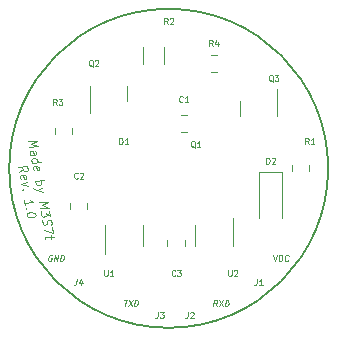
<source format=gto>
G04 #@! TF.GenerationSoftware,KiCad,Pcbnew,6.0.8-f2edbf62ab~116~ubuntu20.04.1*
G04 #@! TF.CreationDate,2022-10-20T17:58:05+02:00*
G04 #@! TF.ProjectId,IR-Lese-Schreibkopf,49522d4c-6573-4652-9d53-636872656962,rev?*
G04 #@! TF.SameCoordinates,Original*
G04 #@! TF.FileFunction,Legend,Top*
G04 #@! TF.FilePolarity,Positive*
%FSLAX46Y46*%
G04 Gerber Fmt 4.6, Leading zero omitted, Abs format (unit mm)*
G04 Created by KiCad (PCBNEW 6.0.8-f2edbf62ab~116~ubuntu20.04.1) date 2022-10-20 17:58:05*
%MOMM*%
%LPD*%
G01*
G04 APERTURE LIST*
G04 #@! TA.AperFunction,Profile*
%ADD10C,0.200000*%
G04 #@! TD*
%ADD11C,0.100000*%
%ADD12C,0.080000*%
%ADD13C,0.120000*%
G04 APERTURE END LIST*
D10*
X150660000Y-99060000D02*
G75*
G03*
X150660000Y-99060000I-13500000J0D01*
G01*
D11*
X141224330Y-110716190D02*
X141087425Y-110478095D01*
X140938616Y-110716190D02*
X141001116Y-110216190D01*
X141191592Y-110216190D01*
X141236235Y-110240000D01*
X141257068Y-110263809D01*
X141274925Y-110311428D01*
X141265997Y-110382857D01*
X141236235Y-110430476D01*
X141209449Y-110454285D01*
X141158854Y-110478095D01*
X140968377Y-110478095D01*
X141453497Y-110216190D02*
X141724330Y-110716190D01*
X141786830Y-110216190D02*
X141390997Y-110716190D01*
X141914806Y-110716190D02*
X141977306Y-110216190D01*
X142096354Y-110216190D01*
X142164806Y-110240000D01*
X142206473Y-110287619D01*
X142224330Y-110335238D01*
X142236235Y-110430476D01*
X142227306Y-110501904D01*
X142191592Y-110597142D01*
X142161830Y-110644761D01*
X142108258Y-110692380D01*
X142033854Y-110716190D01*
X141914806Y-110716190D01*
X127266235Y-106430000D02*
X127221592Y-106406190D01*
X127150163Y-106406190D01*
X127075758Y-106430000D01*
X127022187Y-106477619D01*
X126992425Y-106525238D01*
X126956711Y-106620476D01*
X126947782Y-106691904D01*
X126959687Y-106787142D01*
X126977544Y-106834761D01*
X127019211Y-106882380D01*
X127087663Y-106906190D01*
X127135282Y-106906190D01*
X127209687Y-106882380D01*
X127236473Y-106858571D01*
X127257306Y-106691904D01*
X127162068Y-106691904D01*
X127444806Y-106906190D02*
X127507306Y-106406190D01*
X127730520Y-106906190D01*
X127793020Y-106406190D01*
X127968616Y-106906190D02*
X128031116Y-106406190D01*
X128150163Y-106406190D01*
X128218616Y-106430000D01*
X128260282Y-106477619D01*
X128278139Y-106525238D01*
X128290044Y-106620476D01*
X128281116Y-106691904D01*
X128245401Y-106787142D01*
X128215639Y-106834761D01*
X128162068Y-106882380D01*
X128087663Y-106906190D01*
X127968616Y-106906190D01*
X133369211Y-110216190D02*
X133654925Y-110216190D01*
X133449568Y-110716190D02*
X133512068Y-110216190D01*
X133773973Y-110216190D02*
X134044806Y-110716190D01*
X134107306Y-110216190D02*
X133711473Y-110716190D01*
X134235282Y-110716190D02*
X134297782Y-110216190D01*
X134416830Y-110216190D01*
X134485282Y-110240000D01*
X134526949Y-110287619D01*
X134544806Y-110335238D01*
X134556711Y-110430476D01*
X134547782Y-110501904D01*
X134512068Y-110597142D01*
X134482306Y-110644761D01*
X134428735Y-110692380D01*
X134354330Y-110716190D01*
X134235282Y-110716190D01*
X125255616Y-96751646D02*
X126010501Y-96713736D01*
X125514710Y-96987017D01*
X126097325Y-97206140D01*
X125342440Y-97244050D01*
X125460273Y-97912313D02*
X125855689Y-97892455D01*
X125921381Y-97853673D01*
X125944925Y-97781524D01*
X125920118Y-97640837D01*
X125871767Y-97572299D01*
X125496220Y-97910507D02*
X125447869Y-97841969D01*
X125416861Y-97666111D01*
X125440404Y-97593962D01*
X125506096Y-97555180D01*
X125577990Y-97551569D01*
X125656086Y-97583131D01*
X125704436Y-97651669D01*
X125735445Y-97827527D01*
X125783795Y-97896065D01*
X125578106Y-98580575D02*
X126332991Y-98542665D01*
X125614052Y-98578770D02*
X125565702Y-98510232D01*
X125540895Y-98369545D01*
X125564439Y-98297396D01*
X125594184Y-98260419D01*
X125659876Y-98221637D01*
X125875558Y-98210805D01*
X125953653Y-98242367D01*
X125995802Y-98275733D01*
X126044152Y-98344271D01*
X126068959Y-98484958D01*
X126045415Y-98557107D01*
X125725683Y-99211861D02*
X125677333Y-99143322D01*
X125652526Y-99002636D01*
X125676070Y-98930487D01*
X125741762Y-98891705D01*
X126029337Y-98877263D01*
X126107433Y-98908824D01*
X126155783Y-98977362D01*
X126180590Y-99118049D01*
X126157046Y-99190197D01*
X126091354Y-99228980D01*
X126019460Y-99232590D01*
X125885549Y-98884484D01*
X125850981Y-100128130D02*
X126605867Y-100090220D01*
X126318291Y-100104662D02*
X126366642Y-100173200D01*
X126391448Y-100313887D01*
X126367905Y-100386035D01*
X126338160Y-100423012D01*
X126272468Y-100461795D01*
X126056786Y-100472626D01*
X125978691Y-100441065D01*
X125936542Y-100407699D01*
X125888192Y-100339160D01*
X125863385Y-100198474D01*
X125886928Y-100126325D01*
X126459667Y-100700776D02*
X125987419Y-100901908D01*
X126521685Y-101052493D02*
X125987419Y-100901908D01*
X125795281Y-100840591D01*
X125753132Y-100807224D01*
X125704782Y-100738686D01*
X126167269Y-101921887D02*
X126922154Y-101883977D01*
X126426363Y-102157258D01*
X127008978Y-102376381D01*
X126254093Y-102414291D01*
X127058592Y-102657754D02*
X127139215Y-103114986D01*
X126808227Y-102883227D01*
X126826832Y-102988742D01*
X126803289Y-103060890D01*
X126773544Y-103097867D01*
X126707851Y-103136649D01*
X126528117Y-103145676D01*
X126450021Y-103114115D01*
X126407873Y-103080748D01*
X126359522Y-103012210D01*
X126322312Y-102801180D01*
X126345855Y-102729031D01*
X126375601Y-102692054D01*
X126469890Y-103432465D02*
X126452548Y-103539786D01*
X126483557Y-103715644D01*
X126531907Y-103784182D01*
X126574056Y-103817549D01*
X126652151Y-103849110D01*
X126724045Y-103845499D01*
X126789737Y-103806717D01*
X126819482Y-103769740D01*
X126843026Y-103697592D01*
X126854166Y-103555099D01*
X126877709Y-103482951D01*
X126907455Y-103445974D01*
X126973147Y-103407192D01*
X127045041Y-103403581D01*
X127123136Y-103435142D01*
X127165285Y-103468509D01*
X127213635Y-103537047D01*
X127244644Y-103712905D01*
X127227302Y-103820226D01*
X127306661Y-104064622D02*
X127393485Y-104557026D01*
X126582784Y-104278391D01*
X127172865Y-104745522D02*
X127222479Y-105026895D01*
X127443099Y-104838400D02*
X126796054Y-104870895D01*
X126730362Y-104909677D01*
X126706819Y-104981825D01*
X126719222Y-105052169D01*
X124488178Y-99353002D02*
X124804235Y-99088748D01*
X124413757Y-98930942D02*
X125168643Y-98893032D01*
X125218257Y-99174405D01*
X125194713Y-99246554D01*
X125164968Y-99283531D01*
X125099276Y-99322313D01*
X124991435Y-99327729D01*
X124913339Y-99296168D01*
X124871191Y-99262801D01*
X124822840Y-99194263D01*
X124773227Y-98912889D01*
X124629554Y-99949116D02*
X124581204Y-99880578D01*
X124556397Y-99739891D01*
X124579940Y-99667742D01*
X124645633Y-99628960D01*
X124933208Y-99614518D01*
X125011304Y-99646079D01*
X125059654Y-99714618D01*
X125084461Y-99855304D01*
X125060917Y-99927453D01*
X124995225Y-99966235D01*
X124923331Y-99969846D01*
X124789420Y-99621739D01*
X125146478Y-100207021D02*
X124674230Y-100408154D01*
X125208495Y-100558738D01*
X124826746Y-100861775D02*
X124797001Y-100898752D01*
X124754852Y-100865386D01*
X124784597Y-100828409D01*
X124826746Y-100861775D01*
X124754852Y-100865386D01*
X124984316Y-102166739D02*
X124909895Y-101744678D01*
X124947105Y-101955709D02*
X125701991Y-101917798D01*
X125581747Y-101852871D01*
X125497449Y-101786138D01*
X125449099Y-101717599D01*
X125112025Y-102479674D02*
X125082280Y-102516651D01*
X125040131Y-102483284D01*
X125069876Y-102446307D01*
X125112025Y-102479674D01*
X125040131Y-102483284D01*
X125881841Y-102937778D02*
X125894244Y-103008121D01*
X125870701Y-103080270D01*
X125840955Y-103117247D01*
X125775263Y-103156029D01*
X125637677Y-103198422D01*
X125457943Y-103207448D01*
X125307953Y-103179497D01*
X125229858Y-103147936D01*
X125187709Y-103114570D01*
X125139359Y-103046031D01*
X125126955Y-102975688D01*
X125150499Y-102903539D01*
X125180244Y-102866562D01*
X125245936Y-102827780D01*
X125383522Y-102785387D01*
X125563257Y-102776361D01*
X125713246Y-102804312D01*
X125791342Y-102835873D01*
X125833490Y-102869239D01*
X125881841Y-102937778D01*
X146033497Y-106406190D02*
X146137663Y-106906190D01*
X146366830Y-106406190D01*
X146470997Y-106906190D02*
X146533497Y-106406190D01*
X146652544Y-106406190D01*
X146720997Y-106430000D01*
X146762663Y-106477619D01*
X146780520Y-106525238D01*
X146792425Y-106620476D01*
X146783497Y-106691904D01*
X146747782Y-106787142D01*
X146718020Y-106834761D01*
X146664449Y-106882380D01*
X146590044Y-106906190D01*
X146470997Y-106906190D01*
X147262663Y-106858571D02*
X147235877Y-106882380D01*
X147161473Y-106906190D01*
X147113854Y-106906190D01*
X147045401Y-106882380D01*
X147003735Y-106834761D01*
X146985877Y-106787142D01*
X146973973Y-106691904D01*
X146982901Y-106620476D01*
X147018616Y-106525238D01*
X147048377Y-106477619D01*
X147101949Y-106430000D01*
X147176354Y-106406190D01*
X147223973Y-106406190D01*
X147292425Y-106430000D01*
X147313258Y-106453809D01*
X146002380Y-91713809D02*
X145954761Y-91690000D01*
X145907142Y-91642380D01*
X145835714Y-91570952D01*
X145788095Y-91547142D01*
X145740476Y-91547142D01*
X145764285Y-91666190D02*
X145716666Y-91642380D01*
X145669047Y-91594761D01*
X145645238Y-91499523D01*
X145645238Y-91332857D01*
X145669047Y-91237619D01*
X145716666Y-91190000D01*
X145764285Y-91166190D01*
X145859523Y-91166190D01*
X145907142Y-91190000D01*
X145954761Y-91237619D01*
X145978571Y-91332857D01*
X145978571Y-91499523D01*
X145954761Y-91594761D01*
X145907142Y-91642380D01*
X145859523Y-91666190D01*
X145764285Y-91666190D01*
X146145238Y-91166190D02*
X146454761Y-91166190D01*
X146288095Y-91356666D01*
X146359523Y-91356666D01*
X146407142Y-91380476D01*
X146430952Y-91404285D01*
X146454761Y-91451904D01*
X146454761Y-91570952D01*
X146430952Y-91618571D01*
X146407142Y-91642380D01*
X146359523Y-91666190D01*
X146216666Y-91666190D01*
X146169047Y-91642380D01*
X146145238Y-91618571D01*
D12*
X138771333Y-111232190D02*
X138771333Y-111589333D01*
X138747523Y-111660761D01*
X138699904Y-111708380D01*
X138628476Y-111732190D01*
X138580857Y-111732190D01*
X138985619Y-111279809D02*
X139009428Y-111256000D01*
X139057047Y-111232190D01*
X139176095Y-111232190D01*
X139223714Y-111256000D01*
X139247523Y-111279809D01*
X139271333Y-111327428D01*
X139271333Y-111375047D01*
X139247523Y-111446476D01*
X138961809Y-111732190D01*
X139271333Y-111732190D01*
D11*
X145426952Y-98651190D02*
X145426952Y-98151190D01*
X145546000Y-98151190D01*
X145617428Y-98175000D01*
X145665047Y-98222619D01*
X145688857Y-98270238D01*
X145712666Y-98365476D01*
X145712666Y-98436904D01*
X145688857Y-98532142D01*
X145665047Y-98579761D01*
X145617428Y-98627380D01*
X145546000Y-98651190D01*
X145426952Y-98651190D01*
X145903142Y-98198809D02*
X145926952Y-98175000D01*
X145974571Y-98151190D01*
X146093619Y-98151190D01*
X146141238Y-98175000D01*
X146165047Y-98198809D01*
X146188857Y-98246428D01*
X146188857Y-98294047D01*
X146165047Y-98365476D01*
X145879333Y-98651190D01*
X146188857Y-98651190D01*
X149014666Y-97000190D02*
X148848000Y-96762095D01*
X148728952Y-97000190D02*
X148728952Y-96500190D01*
X148919428Y-96500190D01*
X148967047Y-96524000D01*
X148990857Y-96547809D01*
X149014666Y-96595428D01*
X149014666Y-96666857D01*
X148990857Y-96714476D01*
X148967047Y-96738285D01*
X148919428Y-96762095D01*
X148728952Y-96762095D01*
X149490857Y-97000190D02*
X149205142Y-97000190D01*
X149348000Y-97000190D02*
X149348000Y-96500190D01*
X149300380Y-96571619D01*
X149252761Y-96619238D01*
X149205142Y-96643047D01*
D12*
X144613333Y-108438190D02*
X144613333Y-108795333D01*
X144589523Y-108866761D01*
X144541904Y-108914380D01*
X144470476Y-108938190D01*
X144422857Y-108938190D01*
X145113333Y-108938190D02*
X144827619Y-108938190D01*
X144970476Y-108938190D02*
X144970476Y-108438190D01*
X144922857Y-108509619D01*
X144875238Y-108557238D01*
X144827619Y-108581047D01*
D11*
X138346666Y-93396571D02*
X138322857Y-93420380D01*
X138251428Y-93444190D01*
X138203809Y-93444190D01*
X138132380Y-93420380D01*
X138084761Y-93372761D01*
X138060952Y-93325142D01*
X138037142Y-93229904D01*
X138037142Y-93158476D01*
X138060952Y-93063238D01*
X138084761Y-93015619D01*
X138132380Y-92968000D01*
X138203809Y-92944190D01*
X138251428Y-92944190D01*
X138322857Y-92968000D01*
X138346666Y-92991809D01*
X138822857Y-93444190D02*
X138537142Y-93444190D01*
X138680000Y-93444190D02*
X138680000Y-92944190D01*
X138632380Y-93015619D01*
X138584761Y-93063238D01*
X138537142Y-93087047D01*
D12*
X136231333Y-111232190D02*
X136231333Y-111589333D01*
X136207523Y-111660761D01*
X136159904Y-111708380D01*
X136088476Y-111732190D01*
X136040857Y-111732190D01*
X136421809Y-111232190D02*
X136731333Y-111232190D01*
X136564666Y-111422666D01*
X136636095Y-111422666D01*
X136683714Y-111446476D01*
X136707523Y-111470285D01*
X136731333Y-111517904D01*
X136731333Y-111636952D01*
X136707523Y-111684571D01*
X136683714Y-111708380D01*
X136636095Y-111732190D01*
X136493238Y-111732190D01*
X136445619Y-111708380D01*
X136421809Y-111684571D01*
D11*
X137711666Y-108128571D02*
X137687857Y-108152380D01*
X137616428Y-108176190D01*
X137568809Y-108176190D01*
X137497380Y-108152380D01*
X137449761Y-108104761D01*
X137425952Y-108057142D01*
X137402142Y-107961904D01*
X137402142Y-107890476D01*
X137425952Y-107795238D01*
X137449761Y-107747619D01*
X137497380Y-107700000D01*
X137568809Y-107676190D01*
X137616428Y-107676190D01*
X137687857Y-107700000D01*
X137711666Y-107723809D01*
X137878333Y-107676190D02*
X138187857Y-107676190D01*
X138021190Y-107866666D01*
X138092619Y-107866666D01*
X138140238Y-107890476D01*
X138164047Y-107914285D01*
X138187857Y-107961904D01*
X138187857Y-108080952D01*
X138164047Y-108128571D01*
X138140238Y-108152380D01*
X138092619Y-108176190D01*
X137949761Y-108176190D01*
X137902142Y-108152380D01*
X137878333Y-108128571D01*
X129456666Y-99873571D02*
X129432857Y-99897380D01*
X129361428Y-99921190D01*
X129313809Y-99921190D01*
X129242380Y-99897380D01*
X129194761Y-99849761D01*
X129170952Y-99802142D01*
X129147142Y-99706904D01*
X129147142Y-99635476D01*
X129170952Y-99540238D01*
X129194761Y-99492619D01*
X129242380Y-99445000D01*
X129313809Y-99421190D01*
X129361428Y-99421190D01*
X129432857Y-99445000D01*
X129456666Y-99468809D01*
X129647142Y-99468809D02*
X129670952Y-99445000D01*
X129718571Y-99421190D01*
X129837619Y-99421190D01*
X129885238Y-99445000D01*
X129909047Y-99468809D01*
X129932857Y-99516428D01*
X129932857Y-99564047D01*
X129909047Y-99635476D01*
X129623333Y-99921190D01*
X129932857Y-99921190D01*
X127678666Y-93698190D02*
X127512000Y-93460095D01*
X127392952Y-93698190D02*
X127392952Y-93198190D01*
X127583428Y-93198190D01*
X127631047Y-93222000D01*
X127654857Y-93245809D01*
X127678666Y-93293428D01*
X127678666Y-93364857D01*
X127654857Y-93412476D01*
X127631047Y-93436285D01*
X127583428Y-93460095D01*
X127392952Y-93460095D01*
X127845333Y-93198190D02*
X128154857Y-93198190D01*
X127988190Y-93388666D01*
X128059619Y-93388666D01*
X128107238Y-93412476D01*
X128131047Y-93436285D01*
X128154857Y-93483904D01*
X128154857Y-93602952D01*
X128131047Y-93650571D01*
X128107238Y-93674380D01*
X128059619Y-93698190D01*
X127916761Y-93698190D01*
X127869142Y-93674380D01*
X127845333Y-93650571D01*
X142199047Y-107676190D02*
X142199047Y-108080952D01*
X142222857Y-108128571D01*
X142246666Y-108152380D01*
X142294285Y-108176190D01*
X142389523Y-108176190D01*
X142437142Y-108152380D01*
X142460952Y-108128571D01*
X142484761Y-108080952D01*
X142484761Y-107676190D01*
X142699047Y-107723809D02*
X142722857Y-107700000D01*
X142770476Y-107676190D01*
X142889523Y-107676190D01*
X142937142Y-107700000D01*
X142960952Y-107723809D01*
X142984761Y-107771428D01*
X142984761Y-107819047D01*
X142960952Y-107890476D01*
X142675238Y-108176190D01*
X142984761Y-108176190D01*
X131699047Y-107676190D02*
X131699047Y-108080952D01*
X131722857Y-108128571D01*
X131746666Y-108152380D01*
X131794285Y-108176190D01*
X131889523Y-108176190D01*
X131937142Y-108152380D01*
X131960952Y-108128571D01*
X131984761Y-108080952D01*
X131984761Y-107676190D01*
X132484761Y-108176190D02*
X132199047Y-108176190D01*
X132341904Y-108176190D02*
X132341904Y-107676190D01*
X132294285Y-107747619D01*
X132246666Y-107795238D01*
X132199047Y-107819047D01*
D12*
X129388497Y-108438190D02*
X129343854Y-108795333D01*
X129311116Y-108866761D01*
X129257544Y-108914380D01*
X129183139Y-108938190D01*
X129135520Y-108938190D01*
X129820044Y-108604857D02*
X129778377Y-108938190D01*
X129724806Y-108414380D02*
X129561116Y-108771523D01*
X129870639Y-108771523D01*
D11*
X137076666Y-86840190D02*
X136910000Y-86602095D01*
X136790952Y-86840190D02*
X136790952Y-86340190D01*
X136981428Y-86340190D01*
X137029047Y-86364000D01*
X137052857Y-86387809D01*
X137076666Y-86435428D01*
X137076666Y-86506857D01*
X137052857Y-86554476D01*
X137029047Y-86578285D01*
X136981428Y-86602095D01*
X136790952Y-86602095D01*
X137267142Y-86387809D02*
X137290952Y-86364000D01*
X137338571Y-86340190D01*
X137457619Y-86340190D01*
X137505238Y-86364000D01*
X137529047Y-86387809D01*
X137552857Y-86435428D01*
X137552857Y-86483047D01*
X137529047Y-86554476D01*
X137243333Y-86840190D01*
X137552857Y-86840190D01*
X140886666Y-88716190D02*
X140720000Y-88478095D01*
X140600952Y-88716190D02*
X140600952Y-88216190D01*
X140791428Y-88216190D01*
X140839047Y-88240000D01*
X140862857Y-88263809D01*
X140886666Y-88311428D01*
X140886666Y-88382857D01*
X140862857Y-88430476D01*
X140839047Y-88454285D01*
X140791428Y-88478095D01*
X140600952Y-88478095D01*
X141315238Y-88382857D02*
X141315238Y-88716190D01*
X141196190Y-88192380D02*
X141077142Y-88549523D01*
X141386666Y-88549523D01*
X130762380Y-90443809D02*
X130714761Y-90420000D01*
X130667142Y-90372380D01*
X130595714Y-90300952D01*
X130548095Y-90277142D01*
X130500476Y-90277142D01*
X130524285Y-90396190D02*
X130476666Y-90372380D01*
X130429047Y-90324761D01*
X130405238Y-90229523D01*
X130405238Y-90062857D01*
X130429047Y-89967619D01*
X130476666Y-89920000D01*
X130524285Y-89896190D01*
X130619523Y-89896190D01*
X130667142Y-89920000D01*
X130714761Y-89967619D01*
X130738571Y-90062857D01*
X130738571Y-90229523D01*
X130714761Y-90324761D01*
X130667142Y-90372380D01*
X130619523Y-90396190D01*
X130524285Y-90396190D01*
X130929047Y-89943809D02*
X130952857Y-89920000D01*
X131000476Y-89896190D01*
X131119523Y-89896190D01*
X131167142Y-89920000D01*
X131190952Y-89943809D01*
X131214761Y-89991428D01*
X131214761Y-90039047D01*
X131190952Y-90110476D01*
X130905238Y-90396190D01*
X131214761Y-90396190D01*
X132980952Y-97000190D02*
X132980952Y-96500190D01*
X133100000Y-96500190D01*
X133171428Y-96524000D01*
X133219047Y-96571619D01*
X133242857Y-96619238D01*
X133266666Y-96714476D01*
X133266666Y-96785904D01*
X133242857Y-96881142D01*
X133219047Y-96928761D01*
X133171428Y-96976380D01*
X133100000Y-97000190D01*
X132980952Y-97000190D01*
X133742857Y-97000190D02*
X133457142Y-97000190D01*
X133600000Y-97000190D02*
X133600000Y-96500190D01*
X133552380Y-96571619D01*
X133504761Y-96619238D01*
X133457142Y-96643047D01*
X139398380Y-97301809D02*
X139350761Y-97278000D01*
X139303142Y-97230380D01*
X139231714Y-97158952D01*
X139184095Y-97135142D01*
X139136476Y-97135142D01*
X139160285Y-97254190D02*
X139112666Y-97230380D01*
X139065047Y-97182761D01*
X139041238Y-97087523D01*
X139041238Y-96920857D01*
X139065047Y-96825619D01*
X139112666Y-96778000D01*
X139160285Y-96754190D01*
X139255523Y-96754190D01*
X139303142Y-96778000D01*
X139350761Y-96825619D01*
X139374571Y-96920857D01*
X139374571Y-97087523D01*
X139350761Y-97182761D01*
X139303142Y-97230380D01*
X139255523Y-97254190D01*
X139160285Y-97254190D01*
X139850761Y-97254190D02*
X139565047Y-97254190D01*
X139707904Y-97254190D02*
X139707904Y-96754190D01*
X139660285Y-96825619D01*
X139612666Y-96873238D01*
X139565047Y-96897047D01*
D13*
X146340000Y-93980000D02*
X146340000Y-94630000D01*
X146340000Y-93980000D02*
X146340000Y-92305000D01*
X143220000Y-93980000D02*
X143220000Y-94630000D01*
X143220000Y-93980000D02*
X143220000Y-93330000D01*
X146796000Y-99350000D02*
X146796000Y-103250000D01*
X146796000Y-99350000D02*
X144796000Y-99350000D01*
X144796000Y-99350000D02*
X144796000Y-103250000D01*
X147601000Y-98798748D02*
X147601000Y-99321252D01*
X149071000Y-98798748D02*
X149071000Y-99321252D01*
X138691252Y-95985000D02*
X138168748Y-95985000D01*
X138691252Y-94515000D02*
X138168748Y-94515000D01*
X137060000Y-105671252D02*
X137060000Y-105148748D01*
X138530000Y-105671252D02*
X138530000Y-105148748D01*
X128805000Y-102496252D02*
X128805000Y-101973748D01*
X130275000Y-102496252D02*
X130275000Y-101973748D01*
X129005000Y-95623748D02*
X129005000Y-96146252D01*
X127535000Y-95623748D02*
X127535000Y-96146252D01*
X139360000Y-103875000D02*
X139360000Y-105675000D01*
X142580000Y-105675000D02*
X142580000Y-103225000D01*
X134960000Y-105675000D02*
X134960000Y-103875000D01*
X131740000Y-103875000D02*
X131740000Y-106325000D01*
X136800000Y-90262064D02*
X136800000Y-88807936D01*
X134980000Y-90262064D02*
X134980000Y-88807936D01*
X140708748Y-90905000D02*
X141231252Y-90905000D01*
X140708748Y-89435000D02*
X141231252Y-89435000D01*
X130520000Y-92710000D02*
X130520000Y-94385000D01*
X130520000Y-92710000D02*
X130520000Y-92060000D01*
X133640000Y-92710000D02*
X133640000Y-92060000D01*
X133640000Y-92710000D02*
X133640000Y-93360000D01*
M02*

</source>
